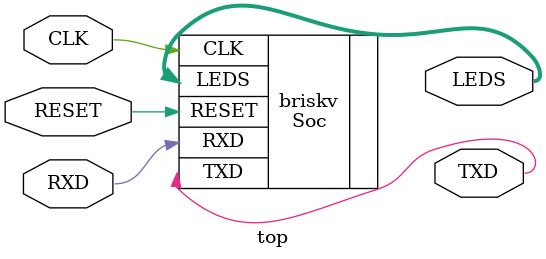
<source format=v>
`include "soc.v"

module top(
           input        CLK,
           input        RESET,
           output [5:0] LEDS,
           input        RXD,
           output       TXD
);

   Soc briskv(.CLK(CLK),
	      .RESET(RESET),
	      .LEDS(LEDS),
	      .RXD(RXD),
	      .TXD(TXD));

endmodule

</source>
